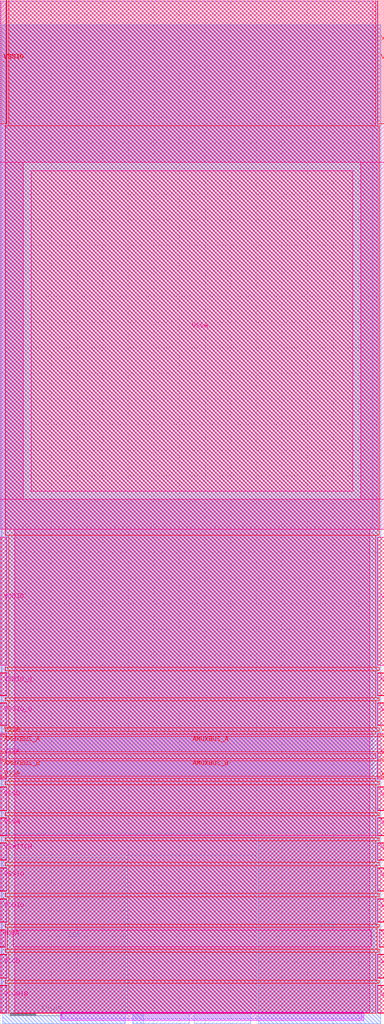
<source format=lef>
VERSION 5.7 ;
  NOWIREEXTENSIONATPIN ON ;
  DIVIDERCHAR "/" ;
  BUSBITCHARS "[]" ;
MACRO sky130_ef_io__vssa_hvc_clamped_pad
  CLASS PAD POWER ;
  FOREIGN sky130_ef_io__vssa_hvc_clamped_pad ;
  ORIGIN 0.000 0.000 ;
  SIZE 75.000 BY 197.965 ;
  PIN AMUXBUS_A
    DIRECTION INOUT ;
    USE SIGNAL ;
    PORT
      LAYER met4 ;
        RECT 0.000 51.090 75.000 54.070 ;
    END
    PORT
      LAYER met4 ;
        RECT 0.000 51.090 1.270 54.070 ;
    END
  END AMUXBUS_A
  PIN AMUXBUS_B
    DIRECTION INOUT ;
    USE SIGNAL ;
    PORT
      LAYER met4 ;
        RECT 0.000 46.330 75.000 49.310 ;
    END
    PORT
      LAYER met4 ;
        RECT 0.000 46.330 1.270 49.310 ;
    END
  END AMUXBUS_B
  PIN VSSA
    DIRECTION INOUT ;
    USE GROUND ;
    PORT
      LAYER met5 ;
        RECT 6.100 101.975 68.800 164.590 ;
    END
    PORT
      LAYER met3 ;
        RECT 0.495 -2.035 24.395 30.480 ;
    END
    PORT
      LAYER met3 ;
        RECT 50.390 -2.035 74.290 34.725 ;
    END
    PORT
      LAYER met5 ;
        RECT 73.730 45.700 75.000 54.700 ;
    END
    PORT
      LAYER met5 ;
        RECT 73.730 34.805 75.000 38.050 ;
    END
    PORT
      LAYER met5 ;
        RECT 0.000 45.700 1.270 54.700 ;
    END
    PORT
      LAYER met5 ;
        RECT 0.000 34.805 1.270 38.050 ;
    END
    PORT
      LAYER met4 ;
        RECT 73.730 49.610 75.000 50.790 ;
    END
    PORT
      LAYER met4 ;
        RECT 73.730 54.370 75.000 54.700 ;
    END
    PORT
      LAYER met4 ;
        RECT 73.730 45.700 75.000 46.030 ;
    END
    PORT
      LAYER met4 ;
        RECT 73.730 34.700 75.000 38.150 ;
    END
    PORT
      LAYER met4 ;
        RECT 0.000 45.700 1.270 46.030 ;
    END
    PORT
      LAYER met4 ;
        RECT 0.000 49.610 1.270 50.790 ;
    END
    PORT
      LAYER met4 ;
        RECT 0.000 54.370 1.270 54.700 ;
    END
    PORT
      LAYER met4 ;
        RECT 0.000 34.700 1.270 38.150 ;
    END
  END VSSA
  PIN VDDA
    DIRECTION INOUT ;
    USE POWER ;
    PORT
      LAYER met5 ;
        RECT 74.035 13.000 75.000 16.250 ;
    END
    PORT
      LAYER met5 ;
        RECT 0.000 13.000 0.965 16.250 ;
    END
    PORT
      LAYER met4 ;
        RECT 74.035 12.900 75.000 16.350 ;
    END
    PORT
      LAYER met4 ;
        RECT 0.000 12.900 0.965 16.350 ;
    END
  END VDDA
  PIN VSWITCH
    DIRECTION INOUT ;
    USE POWER ;
    PORT
      LAYER met5 ;
        RECT 73.730 29.950 75.000 33.200 ;
    END
    PORT
      LAYER met5 ;
        RECT 0.000 29.950 1.270 33.200 ;
    END
    PORT
      LAYER met4 ;
        RECT 73.730 29.850 75.000 33.300 ;
    END
    PORT
      LAYER met4 ;
        RECT 0.000 29.850 1.270 33.300 ;
    END
  END VSWITCH
  PIN VDDIO_Q
    DIRECTION INOUT ;
    USE POWER ;
    PORT
      LAYER met5 ;
        RECT 73.730 62.150 75.000 66.400 ;
    END
    PORT
      LAYER met5 ;
        RECT 0.000 62.150 1.270 66.400 ;
    END
    PORT
      LAYER met4 ;
        RECT 73.730 62.050 75.000 66.500 ;
    END
    PORT
      LAYER met4 ;
        RECT 0.000 62.050 1.270 66.500 ;
    END
  END VDDIO_Q
  PIN VCCHIB
    DIRECTION INOUT ;
    USE POWER ;
    PORT
      LAYER met5 ;
        RECT 73.730 0.100 75.000 5.350 ;
    END
    PORT
      LAYER met5 ;
        RECT 0.000 0.100 1.270 5.350 ;
    END
    PORT
      LAYER met4 ;
        RECT 73.730 0.000 75.000 5.450 ;
    END
    PORT
      LAYER met4 ;
        RECT 0.000 0.000 1.270 5.450 ;
    END
  END VCCHIB
  PIN VDDIO
    DIRECTION INOUT ;
    USE POWER ;
    PORT
      LAYER met5 ;
        RECT 73.730 68.000 75.000 92.950 ;
    END
    PORT
      LAYER met5 ;
        RECT 73.730 17.850 75.000 22.300 ;
    END
    PORT
      LAYER met5 ;
        RECT 0.000 68.000 1.270 92.950 ;
    END
    PORT
      LAYER met5 ;
        RECT 0.000 17.850 1.270 22.300 ;
    END
    PORT
      LAYER met4 ;
        RECT 73.730 17.750 75.000 22.400 ;
    END
    PORT
      LAYER met4 ;
        RECT 73.730 68.000 75.000 92.965 ;
    END
    PORT
      LAYER met4 ;
        RECT 0.000 17.750 1.270 22.400 ;
    END
    PORT
      LAYER met4 ;
        RECT 0.000 68.000 1.270 92.965 ;
    END
  END VDDIO
  PIN VCCD
    DIRECTION INOUT ;
    USE POWER ;
    PORT
      LAYER met5 ;
        RECT 73.730 6.950 75.000 11.400 ;
    END
    PORT
      LAYER met5 ;
        RECT 0.000 6.950 1.270 11.400 ;
    END
    PORT
      LAYER met4 ;
        RECT 73.730 6.850 75.000 11.500 ;
    END
    PORT
      LAYER met4 ;
        RECT 0.000 6.850 1.270 11.500 ;
    END
  END VCCD
  PIN VSSIO
    DIRECTION INOUT ;
    USE GROUND ;
    PORT
      LAYER met4 ;
        RECT 0.000 173.750 1.205 197.965 ;
    END
    PORT
      LAYER met5 ;
        RECT 73.730 23.900 75.000 28.350 ;
    END
    PORT
      LAYER met5 ;
        RECT 0.000 23.900 1.270 28.350 ;
    END
    PORT
      LAYER met4 ;
        RECT 73.730 23.800 75.000 28.450 ;
    END
    PORT
      LAYER met4 ;
        RECT 73.730 173.750 75.000 197.965 ;
    END
    PORT
      LAYER met4 ;
        RECT 0.000 173.750 1.270 197.965 ;
    END
    PORT
      LAYER met4 ;
        RECT 0.000 23.800 1.270 28.450 ;
    END
  END VSSIO
  PIN VSSD
    DIRECTION INOUT ;
    USE GROUND ;
    PORT
      LAYER met5 ;
        RECT 73.730 39.650 75.000 44.100 ;
    END
    PORT
      LAYER met5 ;
        RECT 0.000 39.650 1.270 44.100 ;
    END
    PORT
      LAYER met4 ;
        RECT 73.730 39.550 75.000 44.200 ;
    END
    PORT
      LAYER met4 ;
        RECT 0.000 39.550 1.270 44.200 ;
    END
  END VSSD
  PIN VSSIO_Q
    DIRECTION INOUT ;
    USE GROUND ;
    PORT
      LAYER met5 ;
        RECT 73.730 56.300 75.000 60.550 ;
    END
    PORT
      LAYER met5 ;
        RECT 0.000 56.300 1.270 60.550 ;
    END
    PORT
      LAYER met4 ;
        RECT 73.730 56.200 75.000 60.650 ;
    END
    PORT
      LAYER met4 ;
        RECT 0.000 56.200 1.270 60.650 ;
    END
  END VSSIO_Q
  PIN VSSIO
    DIRECTION INOUT ;
    USE GROUND ;
    PORT
      LAYER met4 ;
        RECT 74.360 189.565 74.370 189.575 ;
    END
  END VSSIO
  OBS
      LAYER nwell ;
        RECT 11.860 -1.350 70.965 0.170 ;
      LAYER li1 ;
        RECT 1.070 0.000 72.775 197.660 ;
        RECT 12.065 -0.145 13.045 0.000 ;
        RECT 69.760 -0.145 70.650 0.000 ;
        RECT 12.065 -1.035 70.650 -0.145 ;
      LAYER met1 ;
        RECT 0.185 0.000 73.620 197.690 ;
        RECT 12.035 -0.115 13.350 0.000 ;
        POLYGON 13.350 0.000 13.465 -0.115 13.350 -0.115 ;
        POLYGON 69.540 0.000 69.540 -0.115 69.425 -0.115 ;
        RECT 69.540 -0.115 70.680 0.000 ;
        RECT 12.035 -1.065 70.680 -0.115 ;
      LAYER met2 ;
        RECT 0.265 0.000 74.290 193.040 ;
        RECT 0.495 -2.035 24.395 0.000 ;
        RECT 25.895 -2.035 27.895 -0.115 ;
        RECT 50.390 -2.035 74.290 0.000 ;
      LAYER met3 ;
        RECT 0.240 35.125 74.290 193.065 ;
        RECT 0.240 30.880 49.990 35.125 ;
        RECT 24.795 0.000 49.990 30.880 ;
        RECT 25.895 -2.035 36.895 0.000 ;
        RECT 37.890 -2.035 48.890 0.000 ;
      LAYER met4 ;
        RECT 1.670 173.350 73.330 197.965 ;
        RECT 0.965 93.365 74.035 173.350 ;
        RECT 1.670 67.600 73.330 93.365 ;
        RECT 0.965 66.900 74.035 67.600 ;
        RECT 1.670 61.650 73.330 66.900 ;
        RECT 0.965 61.050 74.035 61.650 ;
        RECT 1.670 55.800 73.330 61.050 ;
        RECT 0.965 55.100 74.035 55.800 ;
        RECT 1.670 54.470 73.330 55.100 ;
        RECT 1.670 49.710 73.330 50.690 ;
        RECT 1.670 45.300 73.330 45.930 ;
        RECT 0.965 44.600 74.035 45.300 ;
        RECT 1.670 39.150 73.330 44.600 ;
        RECT 0.965 38.550 74.035 39.150 ;
        RECT 1.670 34.300 73.330 38.550 ;
        RECT 0.965 33.700 74.035 34.300 ;
        RECT 1.670 29.450 73.330 33.700 ;
        RECT 0.965 28.850 74.035 29.450 ;
        RECT 1.670 23.400 73.330 28.850 ;
        RECT 0.965 22.800 74.035 23.400 ;
        RECT 1.670 17.350 73.330 22.800 ;
        RECT 0.965 16.750 74.035 17.350 ;
        RECT 1.365 12.500 73.635 16.750 ;
        RECT 0.965 11.900 74.035 12.500 ;
        RECT 1.670 6.450 73.330 11.900 ;
        RECT 0.965 5.850 74.035 6.450 ;
        RECT 1.670 0.000 73.330 5.850 ;
      LAYER met5 ;
        RECT 0.000 166.190 75.000 197.965 ;
        RECT 0.000 100.375 4.500 166.190 ;
        RECT 70.400 100.375 75.000 166.190 ;
        RECT 0.000 94.550 75.000 100.375 ;
        RECT 2.870 34.805 72.130 94.550 ;
        RECT 0.000 34.800 75.000 34.805 ;
        RECT 2.870 16.250 72.130 34.800 ;
        RECT 2.565 13.000 72.435 16.250 ;
        RECT 2.870 0.100 72.130 13.000 ;
  END
END sky130_ef_io__vssa_hvc_clamped_pad
END LIBRARY


</source>
